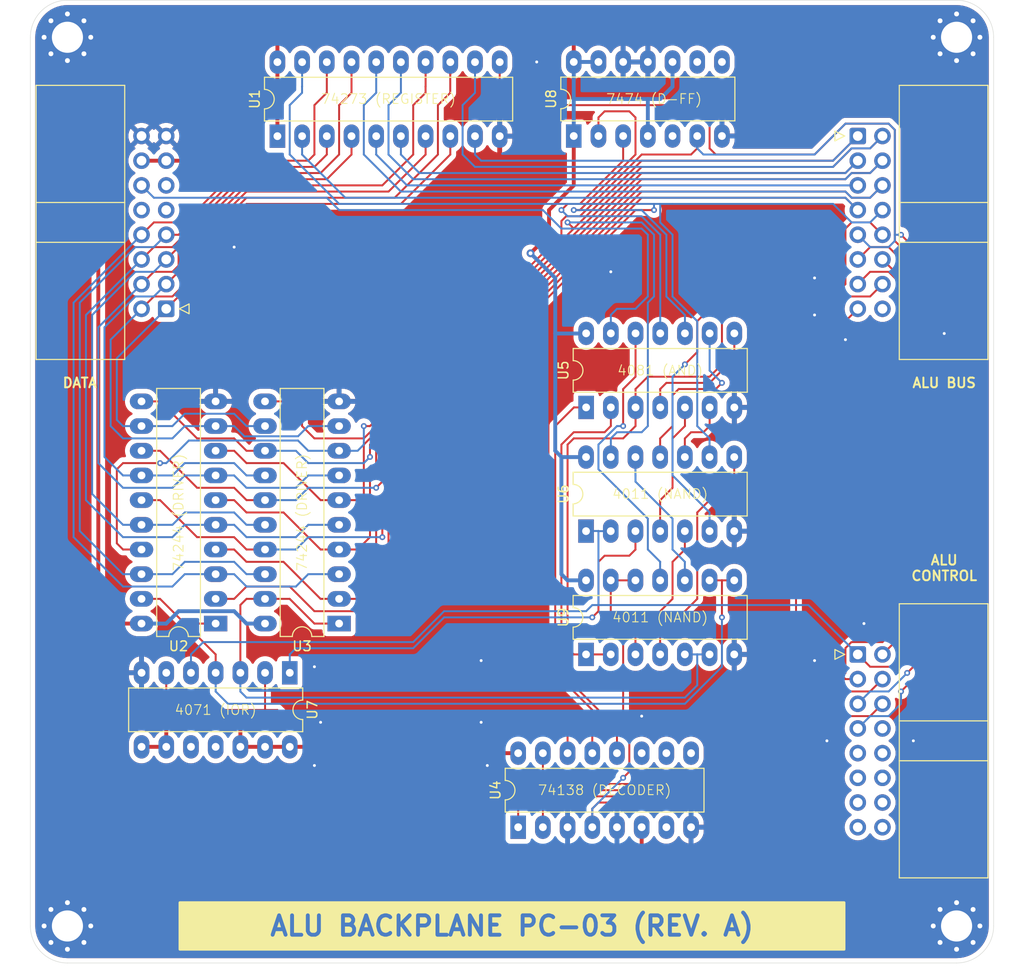
<source format=kicad_pcb>
(kicad_pcb (version 20240108) (generator "pcbnew") (generator_version "8.0")
  (title_block (title "Dual 8-Bit Register Unit") (date "2025-02-13") (rev "PC-01-A"))
  (layers (0 "F.Cu" signal) (31 "B.Cu" signal) (34 "B.Paste" user) (35 "F.Paste" user) (36 "B.SilkS" user "B.Silkscreen") (37 "F.SilkS" user "F.Silkscreen") (38 "B.Mask" user) (39 "F.Mask" user) (44 "Edge.Cuts" user))
  (net 0 "")
  (net 1 "/carry_in")
  (net 2 "/~{logic_out}")
  (net 3 "/~{adder_out}")
  (net 4 "/adder_carry_out")
  (net 15 "GND")
  (net 17 "VCC")
  (net 20 "/input6")
  (net 21 "/input1")
  (net 22 "/input4")
  (net 23 "/input7")
  (net 24 "/input3")
  (net 25 "/input5")
  (net 26 "/input2")
  (net 27 "/input0")
  (net 28 "/cmd0")
  (net 29 "/cmd3")
  (net 30 "/cmd1")
  (net 31 "/cmd2")
  (net 32 "/writeInput")
  (net 33 "/~{readResult}")
  (net 34 "/data3")
  (net 35 "/data2")
  (net 36 "/data6")
  (net 37 "/data5")
  (net 38 "/clock")
  (net 39 "/data7")
  (net 40 "/data4")
  (net 41 "/data0")
  (net 42 "/data1")
  (net 44 "/~{adder1}")
  (net 45 "/~{adder0}")
  (net 49 "/~{shift_right}")
  (net 50 "/~{shift_left}")
  (net 51 "/~{shifter_out}")
  (net 52 "Net-(U6-Pad3)")
  (net 56 "Net-(U5-Pad5)")
  (net 58 "/~{new_carry}")
  (net 59 "Net-(U5-Pad4)")
  (net 60 "Net-(U5-Pad6)")
  (net 61 "Net-(U5-Pad9)")
  (net 62 "/set_carry")
  (net 64 "Net-(U5-Pad12)")
  (net 65 "Net-(U6-Pad12)")
  (net 66 "Net-(U6-Pad8)")
  (net 67 "Net-(U6-Pad5)")
  (footprint "Connector_IDC:IDC-Header_2x08_P2.54mm_Horizontal" (layer "F.Cu") (at 54.61 54.61 180)
    (property "Reference" "DATA_BUS1" (hide yes))
    (property "Value" "Conn_01x16")
  )
  (footprint "Connector_IDC:IDC-Header_2x08_P2.54mm_Horizontal" (layer "F.Cu") (at 125.73 90.17)
    (property "Reference" "CTRL_BUS1" (hide yes))
    (property "Value" "Conn_01x16")
  )
  (footprint "Package_DIP:DIP-14_W7.62mm_LongPads" (layer "F.Cu") (at 97.795 64.755 90)
    (property "Reference" "U5")
    (property "Value" "4081")
  )
  (footprint "Package_DIP:DIP-20_W7.62mm_LongPads" (layer "F.Cu") (at 72.39 86.995 180)
    (property "Reference" "U3")
    (property "Value" "74HC244")
  )
  (footprint "Package_DIP:DIP-16_W7.62mm_LongPads" (layer "F.Cu") (at 90.805 107.95 90)
    (property "Reference" "U4")
    (property "Value" "74HC138")
  )
  (footprint "Package_DIP:DIP-20_W7.62mm_LongPads" (layer "F.Cu") (at 59.69 86.995 180)
    (property "Reference" "U2")
    (property "Value" "74HC244")
  )
  (footprint "Package_DIP:DIP-20_W7.62mm_LongPads" (layer "F.Cu") (at 66.045 36.845 90)
    (property "Reference" "U1")
    (property "Value" "74HC273")
  )
  (footprint "MountingHole:MountingHole_3.2mm_M3_Pad_Via" (layer "F.Cu") (at 135.89 118.11)
    (property "Reference" "H3" (hide yes))
    (property "Value" "MountingHole_Pad")
  )
  (footprint "Package_DIP:DIP-14_W7.62mm_LongPads" (layer "F.Cu") (at 97.785 90.17 90)
    (property "Reference" "U9")
    (property "Value" "4011")
  )
  (footprint "Package_DIP:DIP-14_W7.62mm_LongPads" (layer "F.Cu") (at 97.785 77.485 90)
    (property "Reference" "U6")
    (property "Value" "4011")
  )
  (footprint "Connector_IDC:IDC-Header_2x08_P2.54mm_Horizontal" (layer "F.Cu") (at 125.73 36.83)
    (property "Reference" "ADDRESS_BUS1" (hide yes))
    (property "Value" "Conn_01x16")
  )
  (footprint "MountingHole:MountingHole_3.2mm_M3_Pad_Via" (layer "F.Cu") (at 44.45 26.67)
    (property "Reference" "H1" (hide yes))
    (property "Value" "MountingHole_Pad")
  )
  (footprint "MountingHole:MountingHole_3.2mm_M3_Pad_Via" (layer "F.Cu") (at 135.89 26.67)
    (property "Reference" "H2" (hide yes))
    (property "Value" "MountingHole_Pad")
  )
  (footprint "Package_DIP:DIP-14_W7.62mm_LongPads" (layer "F.Cu") (at 96.52 36.83 90)
    (property "Reference" "U8")
    (property "Value" "74HC74")
  )
  (footprint "MountingHole:MountingHole_3.2mm_M3_Pad_Via" (layer "F.Cu") (at 44.45 118.11)
    (property "Reference" "H4" (hide yes))
    (property "Value" "MountingHole_Pad")
  )
  (footprint "Package_DIP:DIP-14_W7.62mm_LongPads" (layer "F.Cu") (at 67.315 92.06 -90)
    (property "Reference" "U7")
    (property "Value" "4071")
  )
  (gr_line (start 139.7 26.67) (end 139.7 118.11) (stroke (width 0.05)) (layer "Edge.Cuts"))
  (gr_arc (start 135.89 22.86) (mid 138.584077 23.975923) (end 139.7 26.67) (stroke (width 0.05)) (layer "Edge.Cuts"))
  (gr_line (start 40.64 118.11) (end 40.64 26.67) (stroke (width 0.05)) (layer "Edge.Cuts"))
  (gr_line (start 44.45 22.86) (end 135.89 22.86) (stroke (width 0.05)) (layer "Edge.Cuts"))
  (gr_line (start 135.89 121.92) (end 44.45 121.92) (stroke (width 0.05)) (layer "Edge.Cuts"))
  (gr_arc (start 44.45 121.92) (mid 41.755923 120.804077) (end 40.64 118.11) (stroke (width 0.05)) (layer "Edge.Cuts"))
  (gr_arc (start 139.7 118.11) (mid 138.584077 120.804077) (end 135.89 121.92) (stroke (width 0.05)) (layer "Edge.Cuts"))
  (gr_arc (start 40.64 26.67) (mid 41.755923 23.975923) (end 44.45 22.86) (stroke (width 0.05)) (layer "Edge.Cuts"))
  (gr_text "7474 (D-FF)" (at 104.775 33.02 0) (layer "F.SilkS") (effects (font (size 1 1) (thickness 0.1))))
  (gr_text "DATA" (at 45.72 62.23 0) (layer "F.SilkS") (effects (font (size 1 1) (thickness 0.2) (bold yes))))
  (gr_text "4071 (IOR)" (at 59.69 95.885 0) (layer "F.SilkS") (effects (font (size 1 1) (thickness 0.1))))
  (gr_text "ALU BUS" (at 134.62 62.23 0) (layer "F.SilkS") (effects (font (size 1 1) (thickness 0.2) (bold yes))))
  (gr_text "ALU\nCONTROL" (at 134.62 81.28 0) (layer "F.SilkS") (effects (font (size 1 1) (thickness 0.2) (bold yes))))
  (gr_text "74244 (DRIVER)" (at 68.58 75.565 90) (layer "F.SilkS") (effects (font (size 1 1) (thickness 0.1))))
  (gr_text "74138 (DECODER)" (at 99.695 104.14 0) (layer "F.SilkS") (effects (font (size 1 1) (thickness 0.1))))
  (gr_text "4081 (AND)" (at 105.41 60.96 0) (layer "F.SilkS") (effects (font (size 1 1) (thickness 0.1))))
  (gr_text "4011 (NAND)" (at 105.41 86.36 0) (layer "F.SilkS") (effects (font (size 1 1) (thickness 0.1))))
  (gr_text "74273 (REGISTER)" (at 77.47 33.02 0) (layer "F.SilkS") (effects (font (size 1 1) (thickness 0.1))))
  (gr_text "4011 (NAND)" (at 105.41 73.66 0) (layer "F.SilkS") (effects (font (size 1 1) (thickness 0.1))))
  (gr_text "74244 (DRIVER)" (at 55.88 75.565 90) (layer "F.SilkS") (effects (font (size 1 1) (thickness 0.1))))
  (gr_text "ALU BACKPLANE PC-03 (REV. A)" (at 90.17 118.11 0) (layer "F.SilkS" knockout) (effects (font (size 2 2) (thickness 0.4) (bold yes))))
  (segment (start 95.25 46.99) (end 75.565 66.675) (width 0.2) (layer "F.Cu") (net 1))
  (segment (start 103.505 38.735) (end 97.155 45.085) (width 0.2) (layer "F.Cu") (net 1))
  (segment (start 75.565 66.675) (end 74.93 66.675) (width 0.2) (layer "F.Cu") (net 1))
  (segment (start 53.975 70.485) (end 50.165 70.485) (width 0.2) (layer "F.Cu") (net 1))
  (segment (start 109.22 38.1) (end 108.585 38.735) (width 0.2) (layer "F.Cu") (net 1))
  (segment (start 49.53 78.74) (end 50.165 79.375) (width 0.2) (layer "F.Cu") (net 1))
  (segment (start 132.715 49.53) (end 130.175 46.99) (width 0.2) (layer "F.Cu") (net 1))
  (segment (start 50.165 70.485) (end 49.53 71.12) (width 0.2) (layer "F.Cu") (net 1))
  (segment (start 97.155 45.085) (end 95.738788 45.085) (width 0.2) (layer "F.Cu") (net 1))
  (segment (start 130.175 93.98) (end 132.715 91.44) (width 0.2) (layer "F.Cu") (net 1))
  (segment (start 108.585 38.735) (end 103.505 38.735) (width 0.2) (layer "F.Cu") (net 1))
  (segment (start 95.738788 45.085) (end 95.25 45.573788) (width 0.2) (layer "F.Cu") (net 1))
  (segment (start 50.165 79.375) (end 52.07 79.375) (width 0.2) (layer "F.Cu") (net 1))
  (segment (start 132.715 91.44) (end 132.715 49.53) (width 0.2) (layer "F.Cu") (net 1))
  (segment (start 49.53 71.12) (end 49.53 78.74) (width 0.2) (layer "F.Cu") (net 1))
  (segment (start 95.25 45.573788) (end 95.25 46.99) (width 0.2) (layer "F.Cu") (net 1))
  (segment (start 109.22 36.83) (end 109.22 38.1) (width 0.2) (layer "F.Cu") (net 1))
  (via (at 130.175 93.98) (size 0.6) (drill 0.3) (layers "F.Cu" "B.Cu") (net 1))
  (via (at 53.975 70.485) (size 0.6) (drill 0.3) (layers "F.Cu" "B.Cu") (net 1))
  (via (at 130.175 46.99) (size 0.6) (drill 0.3) (layers "F.Cu" "B.Cu") (net 1))
  (via (at 74.93 66.675) (size 0.6) (drill 0.3) (layers "F.Cu" "B.Cu") (net 1))
  (segment (start 129.54 46.99) (end 129.54 47.625) (width 0.2) (layer "B.Cu") (net 1))
  (segment (start 128.905 48.26) (end 127 48.26) (width 0.2) (layer "B.Cu") (net 1))
  (segment (start 109.855 38.735) (end 121.285 38.735) (width 0.2) (layer "B.Cu") (net 1))
  (segment (start 130.175 46.99) (end 129.54 46.99) (width 0.2) (layer "B.Cu") (net 1))
  (segment (start 69.215 69.215) (end 68.1626 68.1626) (width 0.2) (layer "B.Cu") (net 1))
  (segment (start 127 96.52) (end 128.905 96.52) (width 0.2) (layer "B.Cu") (net 1))
  (segment (start 121.285 38.735) (end 124.46 35.56) (width 0.2) (layer "B.Cu") (net 1))
  (segment (start 127 48.26) (end 125.73 46.99) (width 0.2) (layer "B.Cu") (net 1))
  (segment (start 56.9324 68.1626) (end 54.61 70.485) (width 0.2) (layer "B.Cu") (net 1))
  (segment (start 72.39 69.215) (end 69.215 69.215) (width 0.2) (layer "B.Cu") (net 1))
  (segment (start 109.22 36.83) (end 109.22 38.1) (width 0.2) (layer "B.Cu") (net 1))
  (segment (start 124.46 35.56) (end 128.905 35.56) (width 0.2) (layer "B.Cu") (net 1))
  (segment (start 74.295 69.215) (end 73.66 69.215) (width 0.2) (layer "B.Cu") (net 1))
  (segment (start 109.22 38.1) (end 109.855 38.735) (width 0.2) (layer "B.Cu") (net 1))
  (segment (start 54.61 70.485) (end 53.975 70.485) (width 0.2) (layer "B.Cu") (net 1))
  (segment (start 129.54 36.195) (end 129.54 46.99) (width 0.2) (layer "B.Cu") (net 1))
  (segment (start 128.905 96.52) (end 130.175 95.25) (width 0.2) (layer "B.Cu") (net 1))
  (segment (start 74.93 68.58) (end 74.295 69.215) (width 0.2) (layer "B.Cu") (net 1))
  (segment (start 130.175 95.25) (end 130.175 93.98) (width 0.2) (layer "B.Cu") (net 1))
  (segment (start 128.905 35.56) (end 129.54 36.195) (width 0.2) (layer "B.Cu") (net 1))
  (segment (start 74.93 66.675) (end 74.93 68.58) (width 0.2) (layer "B.Cu") (net 1))
  (segment (start 125.73 97.79) (end 127 96.52) (width 0.2) (layer "B.Cu") (net 1))
  (segment (start 73.66 69.215) (end 72.39 69.215) (width 0.2) (layer "B.Cu") (net 1))
  (segment (start 68.1626 68.1626) (end 56.9324 68.1626) (width 0.2) (layer "B.Cu") (net 1))
  (segment (start 129.54 47.625) (end 128.905 48.26) (width 0.2) (layer "B.Cu") (net 1))
  (segment (start 119.38 60.96) (end 125.73 54.61) (width 0.2) (layer "F.Cu") (net 2))
  (segment (start 93.345 100.33) (end 93.345 102.87) (width 0.2) (layer "F.Cu") (net 2))
  (segment (start 119.38 96.52) (end 119.38 60.96) (width 0.2) (layer "F.Cu") (net 2))
  (segment (start 112.395 103.505) (end 119.38 96.52) (width 0.2) (layer "F.Cu") (net 2))
  (segment (start 93.98 103.505) (end 112.395 103.505) (width 0.2) (layer "F.Cu") (net 2))
  (segment (start 93.345 102.87) (end 93.98 103.505) (width 0.2) (layer "F.Cu") (net 2))
  (segment (start 100.325 90.17) (end 97.785 90.17) (width 0.2) (layer "F.Cu") (net 3))
  (segment (start 95.885 89.535) (end 96.52 90.17) (width 0.2) (layer "F.Cu") (net 3))
  (segment (start 128.27 52.07) (end 127 53.34) (width 0.2) (layer "F.Cu") (net 3))
  (segment (start 96.52 67.945) (end 95.885 68.58) (width 0.2) (layer "F.Cu") (net 3))
  (segment (start 101.6 67.945) (end 96.52 67.945) (width 0.2) (layer "F.Cu") (net 3))
  (segment (start 102.87 62.865) (end 102.875 62.87) (width 0.2) (layer "F.Cu") (net 3))
  (segment (start 102.875 66.67) (end 101.6 67.945) (width 0.2) (layer "F.Cu") (net 3))
  (segment (start 96.52 90.17) (end 97.785 90.17) (width 0.2) (layer "F.Cu") (net 3))
  (segment (start 112.395 53.34) (end 111.76 53.975) (width 0.2) (layer "F.Cu") (net 3))
  (segment (start 127 53.34) (end 112.395 53.34) (width 0.2) (layer "F.Cu") (net 3))
  (segment (start 102.875 62.87) (end 102.875 64.755) (width 0.2) (layer "F.Cu") (net 3))
  (segment (start 102.875 64.755) (end 102.875 66.67) (width 0.2) (layer "F.Cu") (net 3))
  (segment (start 111.76 60.325) (end 110.49 61.595) (width 0.2) (layer "F.Cu") (net 3))
  (segment (start 95.885 68.58) (end 95.885 89.535) (width 0.2) (layer "F.Cu") (net 3))
  (segment (start 111.76 53.975) (end 111.76 60.325) (width 0.2) (layer "F.Cu") (net 3))
  (segment (start 110.49 61.595) (end 104.14 61.595) (width 0.2) (layer "F.Cu") (net 3))
  (segment (start 104.14 61.595) (end 102.87 62.865) (width 0.2) (layer "F.Cu") (net 3))
  (segment (start 107.95 60.325) (end 109.22 59.055) (width 0.2) (layer "F.Cu") (net 4))
  (segment (start 109.22 55.88) (end 112.395 52.705) (width 0.2) (layer "F.Cu") (net 4))
  (segment (start 127 45.72) (end 128.27 46.99) (width 0.2) (layer "F.Cu") (net 4))
  (segment (start 109.22 59.055) (end 109.22 55.88) (width 0.2) (layer "F.Cu") (net 4))
  (segment (start 124.46 46.355) (end 125.095 45.72) (width 0.2) (layer "F.Cu") (net 4))
  (segment (start 124.46 52.07) (end 123.825 52.705) (width 0.2) (layer "F.Cu") (net 4))
  (segment (start 125.095 45.72) (end 127 45.72) (width 0.2) (layer "F.Cu") (net 4))
  (segment (start 124.46 46.355) (end 124.46 52.07) (width 0.2) (layer "F.Cu") (net 4))
  (segment (start 123.825 52.705) (end 112.395 52.705) (width 0.2) (layer "F.Cu") (net 4))
  (via (at 107.95 60.325) (size 0.6) (drill 0.3) (layers "F.Cu" "B.Cu") (net 4))
  (segment (start 110.49 75.565) (end 106.68 71.755) (width 0.2) (layer "B.Cu") (net 4))
  (segment (start 106.68 71.755) (end 106.68 61.595) (width 0.2) (layer "B.Cu") (net 4))
  (segment (start 110.485 77.485) (end 110.485 75.57) (width 0.2) (layer "B.Cu") (net 4))
  (segment (start 110.485 75.57) (end 110.49 75.565) (width 0.2) (layer "B.Cu") (net 4))
  (segment (start 106.68 61.595) (end 107.95 60.325) (width 0.2) (layer "B.Cu") (net 4))
  (via (at 121.285 51.435) (size 0.6) (drill 0.3) (layers "F.Cu" "B.Cu") (net 15))
  (via (at 87.63 101.6) (size 0.6) (drill 0.3) (layers "F.Cu" "B.Cu") (net 15))
  (via (at 100.33 50.8) (size 0.6) (drill 0.3) (layers "F.Cu" "B.Cu") (net 15))
  (via (at 134.62 57.15) (size 0.6) (drill 0.3) (layers "F.Cu" "B.Cu") (net 15))
  (via (at 124.46 57.785) (size 0.6) (drill 0.3) (layers "F.Cu" "B.Cu") (net 15))
  (via (at 121.285 90.805) (size 0.6) (drill 0.3) (layers "F.Cu" "B.Cu") (net 15))
  (via (at 126.365 86.995) (size 0.6) (drill 0.3) (layers "F.Cu" "B.Cu") (net 15))
  (via (at 86.995 90.805) (size 0.6) (drill 0.3) (layers "F.Cu" "B.Cu") (net 15))
  (via (at 131.445 99.06) (size 0.6) (drill 0.3) (layers "F.Cu" "B.Cu") (net 15))
  (via (at 122.555 99.06) (size 0.6) (drill 0.3) (layers "F.Cu" "B.Cu") (net 15))
  (via (at 69.85 101.6) (size 0.6) (drill 0.3) (layers "F.Cu" "B.Cu") (net 15))
  (via (at 92.71 29.21) (size 0.6) (drill 0.3) (layers "F.Cu" "B.Cu") (net 15))
  (via (at 86.995 97.155) (size 0.6) (drill 0.3) (layers "F.Cu" "B.Cu") (net 15))
  (via (at 70.485 97.155) (size 0.6) (drill 0.3) (layers "F.Cu" "B.Cu") (net 15))
  (via (at 69.85 91.44) (size 0.6) (drill 0.3) (layers "F.Cu" "B.Cu") (net 15))
  (via (at 103.505 96.52) (size 0.6) (drill 0.3) (layers "F.Cu" "B.Cu") (net 15))
  (via (at 61.595 48.26) (size 0.6) (drill 0.3) (layers "F.Cu" "B.Cu") (net 15))
  (via (at 121.285 55.245) (size 0.6) (drill 0.3) (layers "F.Cu" "B.Cu") (net 15))
  (segment (start 66.045 36.845) (end 66.045 33.02) (width 0.4) (layer "F.Cu") (net 17))
  (segment (start 62.235 99.68) (end 62.235 97.795) (width 0.4) (layer "F.Cu") (net 17))
  (segment (start 102.235 111.125) (end 90.17 111.125) (width 0.4) (layer "F.Cu") (net 17))
  (segment (start 67.31 26.035) (end 95.25 26.035) (width 0.4) (layer "F.Cu") (net 17))
  (segment (start 93.98 46.99) (end 92.075 48.895) (width 0.4) (layer "F.Cu") (net 17))
  (segment (start 54.615 97.795) (end 54.615 99.68) (width 0.4) (layer "F.Cu") (net 17))
  (segment (start 47.625 33.655) (end 47.625 85.09) (width 0.4) (layer "F.Cu") (net 17))
  (segment (start 88.9 109.855) (end 88.9 100.33) (width 0.4) (layer "F.Cu") (net 17))
  (segment (start 63.5 33.02) (end 60.96 35.56) (width 0.4) (layer "F.Cu") (net 17))
  (segment (start 49.53 86.995) (end 49.53 95.25) (width 0.4) (layer "F.Cu") (net 17))
  (segment (start 54.61 97.79) (end 54.615 97.795) (width 0.4) (layer "F.Cu") (net 17))
  (segment (start 57.15 39.37) (end 54.61 39.37) (width 0.4) (layer "F.Cu") (net 17))
  (segment (start 103.505 107.95) (end 103.505 109.855) (width 0.4) (layer "F.Cu") (net 17))
  (segment (start 90.17 111.125) (end 88.9 109.855) (width 0.4) (layer "F.Cu") (net 17))
  (segment (start 93.98 44.45) (end 93.98 46.99) (width 0.4) (layer "F.Cu") (net 17))
  (segment (start 95.25 26.035) (end 96.52 27.305) (width 0.4) (layer "F.Cu") (net 17))
  (segment (start 62.235 97.795) (end 61.595 97.155) (width 0.4) (layer "F.Cu") (net 17))
  (segment (start 67.315 99.68) (end 62.235 99.68) (width 0.4) (layer "F.Cu") (net 17))
  (segment (start 90.805 100.33) (end 88.9 100.33) (width 0.4) (layer "F.Cu") (net 17))
  (segment (start 49.53 86.995) (end 48.895 86.36) (width 0.4) (layer "F.Cu") (net 17))
  (segment (start 50.165 95.885) (end 53.975 95.885) (width 0.4) (layer "F.Cu") (net 17))
  (segment (start 49.53 95.25) (end 50.165 95.885) (width 0.4) (layer "F.Cu") (net 17))
  (segment (start 48.895 32.385) (end 47.625 33.655) (width 0.4) (layer "F.Cu") (net 17))
  (segment (start 96.52 27.305) (end 96.52 29.21) (width 0.4) (layer "F.Cu") (net 17))
  (segment (start 66.045 33.02) (end 63.5 33.02) (width 0.4) (layer "F.Cu") (net 17))
  (segment (start 66.045 33.02) (end 66.045 29.225) (width 0.4) (layer "F.Cu") (net 17))
  (segment (start 52.07 86.995) (end 49.53 86.995) (width 0.4) (layer "F.Cu") (net 17))
  (segment (start 60.96 35.56) (end 57.15 39.37) (width 0.4) (layer "F.Cu") (net 17))
  (segment (start 66.045 27.3) (end 67.31 26.035) (width 0.4) (layer "F.Cu") (net 17))
  (segment (start 47.625 85.09) (end 48.895 86.36) (width 0.4) (layer "F.Cu") (net 17))
  (segment (start 53.975 95.885) (end 55.245 97.155) (width 0.4) (layer "F.Cu") (net 17))
  (segment (start 52.075 99.68) (end 54.615 99.68) (width 0.4) (layer "F.Cu") (net 17))
  (segment (start 55.245 97.155) (end 54.61 97.79) (width 0.4) (layer "F.Cu") (net 17))
  (segment (start 60.96 35.56) (end 57.785 32.385) (width 0.4) (layer "F.Cu") (net 17))
  (segment (start 96.52 41.91) (end 93.98 44.45) (width 0.4) (layer "F.Cu") (net 17))
  (segment (start 66.045 29.225) (end 66.045 27.3) (width 0.4) (layer "F.Cu") (net 17))
  (segment (start 67.315 99.68) (end 88.25 99.68) (width 0.4) (layer "F.Cu") (net 17))
  (segment (start 88.25 99.68) (end 88.9 100.33) (width 0.4) (layer "F.Cu") (net 17))
  (segment (start 54.61 39.37) (end 52.07 39.37) (width 0.4) (layer "F.Cu") (net 17))
  (segment (start 96.52 36.83) (end 96.52 41.91) (width 0.4) (layer "F.Cu") (net 17))
  (segment (start 103.505 109.855) (end 102.235 111.125) (width 0.4) (layer "F.Cu") (net 17))
  (segment (start 57.785 32.385) (end 48.895 32.385) (width 0.4) (layer "F.Cu") (net 17))
  (segment (start 61.595 97.155) (end 55.245 97.155) (width 0.4) (layer "F.Cu") (net 17))
  (via (at 92.075 48.895) (size 0.8) (drill 0.4) (layers "F.Cu" "B.Cu") (net 17))
  (segment (start 99.06 29.21) (end 96.52 29.21) (width 0.4) (layer "B.Cu") (net 17))
  (segment (start 62.865 86.995) (end 61.595 85.725) (width 0.4) (layer "B.Cu") (net 17))
  (segment (start 106.68 31.75) (end 105.41 33.02) (width 0.4) (layer "B.Cu") (net 17))
  (segment (start 64.77 86.995) (end 62.865 86.995) (width 0.4) (layer "B.Cu") (net 17))
  (segment (start 104.14 36.83) (end 104.14 33.02) (width 0.4) (layer "B.Cu") (net 17))
  (segment (start 55.88 85.725) (end 54.61 86.995) (width 0.4) (layer "B.Cu") (net 17))
  (segment (start 95.25 69.85) (end 95.265 69.865) (width 0.4) (layer "B.Cu") (net 17))
  (segment (start 97.785 82.55) (end 95.885 82.55) (width 0.4) (layer "B.Cu") (net 17))
  (segment (start 95.265 69.865) (end 97.785 69.865) (width 0.4) (layer "B.Cu") (net 17))
  (segment (start 95.885 82.55) (end 95.25 81.915) (width 0.4) (layer "B.Cu") (net 17))
  (segment (start 92.075 48.895) (end 94.615 51.435) (width 0.4) (layer "B.Cu") (net 17))
  (segment (start 96.52 29.21) (end 96.52 36.83) (width 0.4) (layer "B.Cu") (net 17))
  (segment (start 94.615 69.215) (end 95.265 69.865) (width 0.4) (layer "B.Cu") (net 17))
  (segment (start 54.61 86.995) (end 52.07 86.995) (width 0.4) (layer "B.Cu") (net 17))
  (segment (start 94.615 57.15) (end 97.78 57.15) (width 0.4) (layer "B.Cu") (net 17))
  (segment (start 105.41 33.02) (end 104.14 33.02) (width 0.4) (layer "B.Cu") (net 17))
  (segment (start 104.14 33.02) (end 96.52 33.02) (width 0.4) (layer "B.Cu") (net 17))
  (segment (start 106.68 29.21) (end 106.68 31.75) (width 0.4) (layer "B.Cu") (net 17))
  (segment (start 97.78 57.15) (end 97.795 57.135) (width 0.4) (layer "B.Cu") (net 17))
  (segment (start 94.615 57.15) (end 94.615 69.215) (width 0.4) (layer "B.Cu") (net 17))
  (segment (start 95.25 69.85) (end 95.25 81.915) (width 0.4) (layer "B.Cu") (net 17))
  (segment (start 61.595 85.725) (end 55.88 85.725) (width 0.4) (layer "B.Cu") (net 17))
  (segment (start 94.615 51.435) (end 94.615 57.15) (width 0.4) (layer "B.Cu") (net 17))
  (segment (start 76.835 74.295) (end 78.105 73.025) (width 0.2) (layer "F.Cu") (net 20))
  (segment (start 61.595 78.105) (end 57.785 78.105) (width 0.2) (layer "F.Cu") (net 20))
  (segment (start 64.77 79.375) (end 62.865 79.375) (width 0.2) (layer "F.Cu") (net 20))
  (segment (start 53.975 74.295) (end 52.07 74.295) (width 0.2) (layer "F.Cu") (net 20))
  (segment (start 78.105 68.58) (end 103.505 43.18) (width 0.2) (layer "F.Cu") (net 20))
  (segment (start 78.105 73.025) (end 78.105 68.58) (width 0.2) (layer "F.Cu") (net 20))
  (segment (start 76.835 78.105) (end 76.835 74.295) (width 0.2) (layer "F.Cu") (net 20))
  (segment (start 62.865 79.375) (end 61.595 78.105) (width 0.2) (layer "F.Cu") (net 20))
  (segment (start 103.505 43.18) (end 124.46 43.18) (width 0.2) (layer "F.Cu") (net 20))
  (segment (start 57.785 78.105) (end 53.975 74.295) (width 0.2) (layer "F.Cu") (net 20))
  (segment (start 124.46 43.18) (end 125.73 44.45) (width 0.2) (layer "F.Cu") (net 20))
  (via (at 76.835 78.105) (size 0.6) (drill 0.3) (layers "F.Cu" "B.Cu") (net 20))
  (segment (start 69.215 78.105) (end 76.835 78.105) (width 0.2) (layer "B.Cu") (net 20))
  (segment (start 68.58 38.735) (end 73.025 43.18) (width 0.2) (layer "B.Cu") (net 20))
  (segment (start 124.46 43.18) (end 125.73 44.45) (width 0.2) (layer "B.Cu") (net 20))
  (segment (start 68.585 38.73) (end 68.58 38.735) (width 0.2) (layer "B.Cu") (net 20))
  (segment (start 73.025 43.18) (end 124.46 43.18) (width 0.2) (layer "B.Cu") (net 20))
  (segment (start 67.945 79.375) (end 64.77 79.375) (width 0.2) (layer "B.Cu") (net 20))
  (segment (start 67.945 79.375) (end 69.215 78.105) (width 0.2) (layer "B.Cu") (net 20))
  (segment (start 68.585 36.845) (end 68.585 38.73) (width 0.2) (layer "B.Cu") (net 20))
  (segment (start 70.485 74.295) (end 72.39 74.295) (width 0.2) (layer "F.Cu") (net 21))
  (segment (start 74.93 73.66) (end 74.295 74.295) (width 0.2) (layer "F.Cu") (net 21))
  (segment (start 74.93 68.58) (end 74.93 73.66) (width 0.2) (layer "F.Cu") (net 21))
  (segment (start 127 38.1) (end 125.095 38.1) (width 0.2) (layer "F.Cu") (net 21))
  (segment (start 61.595 69.215) (end 62.865 70.485) (width 0.2) (layer "F.Cu") (net 21))
  (segment (start 128.27 36.83) (end 127 38.1) (width 0.2) (layer "F.Cu") (net 21))
  (segment (start 59.69 69.215) (end 61.595 69.215) (width 0.2) (layer "F.Cu") (net 21))
  (segment (start 66.675 70.485) (end 70.485 74.295) (width 0.2) (layer "F.Cu") (net 21))
  (segment (start 62.865 70.485) (end 66.675 70.485) (width 0.2) (layer "F.Cu") (net 21))
  (segment (start 125.095 38.1) (end 123.19 40.005) (width 0.2) (layer "F.Cu") (net 21))
  (segment (start 123.19 40.005) (end 103.505 40.005) (width 0.2) (layer "F.Cu") (net 21))
  (segment (start 74.295 74.295) (end 72.39 74.295) (width 0.2) (layer "F.Cu") (net 21))
  (segment (start 103.505 40.005) (end 74.93 68.58) (width 0.2) (layer "F.Cu") (net 21))
  (segment (start 123.19 40.005) (end 125.095 38.1) (width 0.2) (layer "B.Cu") (net 21))
  (segment (start 127 38.1) (end 128.27 36.83) (width 0.2) (layer "B.Cu") (net 21))
  (segment (start 86.365 29.225) (end 86.365 32.38) (width 0.2) (layer "B.Cu") (net 21))
  (segment (start 86.365 32.38) (end 85.09 33.655) (width 0.2) (layer "B.Cu") (net 21))
  (segment (start 85.09 33.655) (end 85.09 38.735) (width 0.2) (layer "B.Cu") (net 21))
  (segment (start 125.095 38.1) (end 127 38.1) (width 0.2) (layer "B.Cu") (net 21))
  (segment (start 123.19 40.005) (end 86.36 40.005) (width 0.2) (layer "B.Cu") (net 21))
  (segment (start 85.09 38.735) (end 86.36 40.005) (width 0.2) (layer "B.Cu") (net 21))
  (segment (start 53.975 69.215) (end 52.07 69.215) (width 0.2) (layer "F.Cu") (net 22))
  (segment (start 64.77 74.295) (end 62.865 74.295) (width 0.2) (layer "F.Cu") (net 22))
  (segment (start 76.2 73.025) (end 76.835 72.39) (width 0.2) (layer "F.Cu") (net 22))
  (segment (start 76.835 68.58) (end 103.505 41.91) (width 0.2) (layer "F.Cu") (net 22))
  (segment (start 103.505 41.91) (end 125.73 41.91) (width 0.2) (layer "F.Cu") (net 22))
  (segment (start 76.835 72.39) (end 76.835 68.58) (width 0.2) (layer "F.Cu") (net 22))
  (segment (start 62.865 74.295) (end 61.595 73.025) (width 0.2) (layer "F.Cu") (net 22))
  (segment (start 61.595 73.025) (end 57.785 73.025) (width 0.2) (layer "F.Cu") (net 22))
  (segment (start 57.785 73.025) (end 53.975 69.215) (width 0.2) (layer "F.Cu") (net 22))
  (via (at 76.2 73.025) (size 0.6) (drill 0.3) (layers "F.Cu" "B.Cu") (net 22))
  (segment (start 69.215 73.025) (end 76.2 73.025) (width 0.2) (layer "B.Cu") (net 22))
  (segment (start 76.2 38.735) (end 79.375 41.91) (width 0.2) (layer "B.Cu") (net 22))
  (segment (start 67.945 74.295) (end 64.77 74.295) (width 0.2) (layer "B.Cu") (net 22))
  (segment (start 67.945 74.295) (end 69.215 73.025) (width 0.2) (layer "B.Cu") (net 22))
  (segment (start 76.205 36.845) (end 76.205 38.73) (width 0.2) (layer "B.Cu") (net 22))
  (segment (start 76.205 38.73) (end 76.2 38.735) (width 0.2) (layer "B.Cu") (net 22))
  (segment (start 79.375 41.91) (end 125.73 41.91) (width 0.2) (layer "B.Cu") (net 22))
  (segment (start 76.835 79.375) (end 76.835 83.185) (width 0.2) (layer "F.Cu") (net 23))
  (segment (start 78.74 68.58) (end 78.74 73.025) (width 0.2) (layer "F.Cu") (net 23))
  (segment (start 77.47 74.295) (end 77.47 78.74) (width 0.2) (layer "F.Cu") (net 23))
  (segment (start 104.775 44.45) (end 102.87 44.45) (width 0.2) (layer "F.Cu") (net 23))
  (segment (start 69.85 85.725) (end 67.31 83.185) (width 0.2) (layer "F.Cu") (net 23))
  (segment (start 61.595 84.455) (end 59.69 84.455) (width 0.2) (layer "F.Cu") (net 23))
  (segment (start 78.74 73.025) (end 77.47 74.295) (width 0.2) (layer "F.Cu") (net 23))
  (segment (start 62.865 83.185) (end 61.595 84.455) (width 0.2) (layer "F.Cu") (net 23))
  (segment (start 74.295 85.725) (end 69.85 85.725) (width 0.2) (layer "F.Cu") (net 23))
  (segment (start 102.87 44.45) (end 78.74 68.58) (width 0.2) (layer "F.Cu") (net 23))
  (segment (start 77.47 78.74) (end 76.835 79.375) (width 0.2) (layer "F.Cu") (net 23))
  (segment (start 76.835 83.185) (end 74.295 85.725) (width 0.2) (layer "F.Cu") (net 23))
  (segment (start 67.31 83.185) (end 62.865 83.185) (width 0.2) (layer "F.Cu") (net 23))
  (via (at 104.775 44.45) (size 0.6) (drill 0.3) (layers "F.Cu" "B.Cu") (net 23))
  (segment (start 106.68 43.815) (end 105.41 43.815) (width 0.2) (layer "B.Cu") (net 23))
  (segment (start 109.22 55.88) (end 106.68 53.34) (width 0.2) (layer "B.Cu") (net 23))
  (segment (start 67.31 38.735) (end 67.31 33.655) (width 0.2) (layer "B.Cu") (net 23))
  (segment (start 104.775 44.45) (end 104.775 43.815) (width 0.2) (layer "B.Cu") (net 23))
  (segment (start 68.58 31.75) (end 68.585 31.745) (width 0.2) (layer "B.Cu") (net 23))
  (segment (start 104.775 43.815) (end 72.39 43.815) (width 0.2) (layer "B.Cu") (net 23))
  (segment (start 128.27 44.45) (end 127 45.72) (width 0.2) (layer "B.Cu") (net 23))
  (segment (start 105.41 43.815) (end 105.41 45.72) (width 0.2) (layer "B.Cu") (net 23))
  (segment (start 105.41 45.72) (end 106.68 46.99) (width 0.2) (layer "B.Cu") (net 23))
  (segment (start 67.31 33.655) (end 68.58 32.385) (width 0.2) (layer "B.Cu") (net 23))
  (segment (start 123.19 43.815) (end 106.68 43.815) (width 0.2) (layer "B.Cu") (net 23))
  (segment (start 68.58 32.385) (end 68.58 31.75) (width 0.2) (layer "B.Cu") (net 23))
  (segment (start 109.22 55.88) (end 109.22 66.675) (width 0.2) (layer "B.Cu") (net 23))
  (segment (start 125.095 45.72) (end 123.19 43.815) (width 0.2) (layer "B.Cu") (net 23))
  (segment (start 109.22 66.675) (end 110.49 67.945) (width 0.2) (layer "B.Cu") (net 23))
  (segment (start 72.39 43.815) (end 67.31 38.735) (width 0.2) (layer "B.Cu") (net 23))
  (segment (start 110.49 67.945) (end 110.485 67.95) (width 0.2) (layer "B.Cu") (net 23))
  (segment (start 68.585 31.745) (end 68.585 29.225) (width 0.2) (layer "B.Cu") (net 23))
  (segment (start 110.485 67.95) (end 110.485 69.865) (width 0.2) (layer "B.Cu") (net 23))
  (segment (start 105.41 43.815) (end 104.775 43.815) (width 0.2) (layer "B.Cu") (net 23))
  (segment (start 106.68 53.34) (end 106.68 46.99) (width 0.2) (layer "B.Cu") (net 23))
  (segment (start 127 45.72) (end 125.095 45.72) (width 0.2) (layer "B.Cu") (net 23))
  (segment (start 76.2 68.58) (end 76.2 71.12) (width 0.2) (layer "F.Cu") (net 24))
  (segment (start 66.675 75.565) (end 62.865 75.565) (width 0.2) (layer "F.Cu") (net 24))
  (segment (start 127 40.64) (end 125.095 40.64) (width 0.2) (layer "F.Cu") (net 24))
  (segment (start 128.27 39.37) (end 127 40.64) (width 0.2) (layer "F.Cu") (net 24))
  (segment (start 124.46 41.275) (end 103.505 41.275) (width 0.2) (layer "F.Cu") (net 24))
  (segment (start 75.565 78.105) (end 74.295 79.375) (width 0.2) (layer "F.Cu") (net 24))
  (segment (start 70.485 79.375) (end 66.675 75.565) (width 0.2) (layer "F.Cu") (net 24))
  (segment (start 72.39 79.375) (end 70.485 79.375) (width 0.2) (layer "F.Cu") (net 24))
  (segment (start 125.095 40.64) (end 124.46 41.275) (width 0.2) (layer "F.Cu") (net 24))
  (segment (start 75.565 71.755) (end 75.565 78.105) (width 0.2) (layer "F.Cu") (net 24))
  (segment (start 62.865 75.565) (end 61.595 74.295) (width 0.2) (layer "F.Cu") (net 24))
  (segment (start 76.2 71.12) (end 75.565 71.755) (width 0.2) (layer "F.Cu") (net 24))
  (segment (start 103.505 41.275) (end 76.2 68.58) (width 0.2) (layer "F.Cu") (net 24))
  (segment (start 61.595 74.295) (end 59.69 74.295) (width 0.2) (layer "F.Cu") (net 24))
  (segment (start 74.295 79.375) (end 72.39 79.375) (width 0.2) (layer "F.Cu") (net 24))
  (segment (start 125.095 40.64) (end 124.46 41.275) (width 0.2) (layer "B.Cu") (net 24))
  (segment (start 80.01 41.275) (end 77.47 38.735) (width 0.2) (layer "B.Cu") (net 24))
  (segment (start 77.47 38.735) (end 77.47 33.655) (width 0.2) (layer "B.Cu") (net 24))
  (segment (start 78.745 32.38) (end 78.745 29.225) (width 0.2) (layer "B.Cu") (net 24))
  (segment (start 128.27 39.37) (end 127 40.64) (width 0.2) (layer "B.Cu") (net 24))
  (segment (start 127 40.64) (end 125.095 40.64) (width 0.2) (layer "B.Cu") (net 24))
  (segment (start 124.46 41.275) (end 80.01 41.275) (width 0.2) (layer "B.Cu") (net 24))
  (segment (start 77.47 33.655) (end 78.745 32.38) (width 0.2) (layer "B.Cu") (net 24))
  (segment (start 124.46 42.545) (end 103.505 42.545) (width 0.2) (layer "F.Cu") (net 25))
  (segment (start 74.295 84.455) (end 72.39 84.455) (width 0.2) (layer "F.Cu") (net 25))
  (segment (start 62.865 80.645) (end 66.675 80.645) (width 0.2) (layer "F.Cu") (net 25))
  (segment (start 127 43.18) (end 125.095 43.18) (width 0.2) (layer "F.Cu") (net 25))
  (segment (start 77.47 68.58) (end 77.47 73.025) (width 0.2) (layer "F.Cu") (net 25))
  (segment (start 61.595 79.375) (end 62.865 80.645) (width 0.2) (layer "F.Cu") (net 25))
  (segment (start 125.095 43.18) (end 124.46 42.545) (width 0.2) (layer "F.Cu") (net 25))
  (segment (start 59.69 79.375) (end 61.595 79.375) (width 0.2) (layer "F.Cu") (net 25))
  (segment (start 76.2 74.295) (end 76.2 82.55) (width 0.2) (layer "F.Cu") (net 25))
  (segment (start 76.2 82.55) (end 74.295 84.455) (width 0.2) (layer "F.Cu") (net 25))
  (segment (start 66.675 80.645) (end 70.485 84.455) (width 0.2) (layer "F.Cu") (net 25))
  (segment (start 70.485 84.455) (end 72.39 84.455) (width 0.2) (layer "F.Cu") (net 25))
  (segment (start 77.47 73.025) (end 76.2 74.295) (width 0.2) (layer "F.Cu") (net 25))
  (segment (start 128.27 41.91) (end 127 43.18) (width 0.2) (layer "F.Cu") (net 25))
  (segment (start 103.505 42.545) (end 77.47 68.58) (width 0.2) (layer "F.Cu") (net 25))
  (segment (start 124.46 42.545) (end 78.74 42.545) (width 0.2) (layer "B.Cu") (net 25))
  (segment (start 125.095 43.18) (end 124.46 42.545) (width 0.2) (layer "B.Cu") (net 25))
  (segment (start 128.27 41.91) (end 127 43.18) (width 0.2) (layer "B.Cu") (net 25))
  (segment (start 78.74 42.545) (end 74.93 38.735) (width 0.2) (layer "B.Cu") (net 25))
  (segment (start 127 43.18) (end 125.095 43.18) (width 0.2) (layer "B.Cu") (net 25))
  (segment (start 74.93 38.735) (end 74.93 33.655) (width 0.2) (layer "B.Cu") (net 25))
  (segment (start 74.93 33.655) (end 76.205 32.38) (width 0.2) (layer "B.Cu") (net 25))
  (segment (start 76.205 32.38) (end 76.205 29.225) (width 0.2) (layer "B.Cu") (net 25))
  (segment (start 57.785 67.945) (end 53.975 64.135) (width 0.2) (layer "F.Cu") (net 26))
  (segment (start 103.505 40.64) (end 124.46 40.64) (width 0.2) (layer "F.Cu") (net 26))
  (segment (start 64.77 69.215) (end 62.865 69.215) (width 0.2) (layer "F.Cu") (net 26))
  (segment (start 75.565 68.58) (end 75.565 69.85) (width 0.2) (layer "F.Cu") (net 26))
  (segment (start 62.865 69.215) (end 61.595 67.945) (width 0.2) (layer "F.Cu") (net 26))
  (segment (start 53.975 64.135) (end 52.07 64.135) (width 0.2) (layer "F.Cu") (net 26))
  (segment (start 124.46 40.64) (end 125.73 39.37) (width 0.2) (layer "F.Cu") (net 26))
  (segment (start 75.565 68.58) (end 103.505 40.64) (width 0.2) (layer "F.Cu") (net 26))
  (segment (start 61.595 67.945) (end 57.785 67.945) (width 0.2) (layer "F.Cu") (net 26))
  (via (at 75.565 69.85) (size 0.6) (drill 0.3) (layers "F.Cu" "B.Cu") (net 26))
  (segment (start 80.645 40.64) (end 124.46 40.64) (width 0.2) (layer "B.Cu") (net 26))
  (segment (start 124.46 40.64) (end 125.73 39.37) (width 0.2) (layer "B.Cu") (net 26))
  (segment (start 78.745 38.73) (end 78.74 38.735) (width 0.2) (layer "B.Cu") (net 26))
  (segment (start 78.745 36.845) (end 78.745 38.73) (width 0.2) (layer "B.Cu") (net 26))
  (segment (start 74.93 70.485) (end 69.215 70.485) (width 0.2) (layer "B.Cu") (net 26))
  (segment (start 78.74 38.735) (end 80.645 40.64) (width 0.2) (layer "B.Cu") (net 26))
  (segment (start 67.945 69.215) (end 64.77 69.215) (width 0.2) (layer "B.Cu") (net 26))
  (segment (start 75.565 69.85) (end 74.93 70.485) (width 0.2) (layer "B.Cu") (net 26))
  (segment (start 69.215 70.485) (end 67.945 69.215) (width 0.2) (layer "B.Cu") (net 26))
  (segment (start 96.52 46.355) (end 103.505 39.37) (width 0.2) (layer "F.Cu") (net 27))
  (segment (start 95.885 45.72) (end 96.52 46.355) (width 0.2) (layer "F.Cu") (net 27))
  (segment (start 67.31 64.135) (end 68.58 65.405) (width 0.2) (layer "F.Cu") (net 27))
  (segment (start 74.93 67.945) (end 96.52 46.355) (width 0.2) (layer "F.Cu") (net 27))
  (segment (start 74.93 67.945) (end 69.85 67.945) (width 0.2) (layer "F.Cu") (net 27))
  (segment (start 103.505 39.37) (end 123.19 39.37) (width 0.2) (layer "F.Cu") (net 27))
  (segment (start 68.58 66.675) (end 69.85 67.945) (width 0.2) (layer "F.Cu") (net 27))
  (segment (start 123.19 39.37) (end 125.73 36.83) (width 0.2) (layer "F.Cu") (net 27))
  (segment (start 68.58 65.405) (end 68.58 66.675) (width 0.2) (layer "F.Cu") (net 27))
  (segment (start 64.77 64.135) (end 67.31 64.135) (width 0.2) (layer "F.Cu") (net 27))
  (via (at 95.885 45.72) (size 0.6) (drill 0.3) (layers "F.Cu" "B.Cu") (net 27))
  (segment (start 104.775 46.99) (end 104.775 53.34) (width 0.2) (layer "B.Cu") (net 27))
  (segment (start 100.335 67.94) (end 100.335 69.855) (width 0.2) (layer "B.Cu") (net 27))
  (segment (start 95.885 45.72) (end 103.505 45.72) (width 0.2) (layer "B.Cu") (net 27))
  (segment (start 86.995 39.37) (end 123.19 39.37) (width 0.2) (layer "B.Cu") (net 27))
  (segment (start 104.775 53.34) (end 104.14 53.975) (width 0.2) (layer "B.Cu") (net 27))
  (segment (start 123.19 39.37) (end 125.73 36.83) (width 0.2) (layer "B.Cu") (net 27))
  (segment (start 100.965 67.31) (end 100.335 67.94) (width 0.2) (layer "B.Cu") (net 27))
  (segment (start 103.505 45.72) (end 104.775 46.99) (width 0.2) (layer "B.Cu") (net 27))
  (segment (start 100.335 69.855) (end 100.325 69.865) (width 0.2) (layer "B.Cu") (net 27))
  (segment (start 104.14 66.675) (end 103.505 67.31) (width 0.2) (layer "B.Cu") (net 27))
  (segment (start 86.365 38.74) (end 86.995 39.37) (width 0.2) (layer "B.Cu") (net 27))
  (segment (start 104.14 53.975) (end 104.14 66.675) (width 0.2) (layer "B.Cu") (net 27))
  (segment (start 103.505 67.31) (end 100.965 67.31) (width 0.2) (layer "B.Cu") (net 27))
  (segment (start 86.365 36.845) (end 86.365 38.74) (width 0.2) (layer "B.Cu") (net 27))
  (segment (start 129.54 91.44) (end 127 91.44) (width 0.2) (layer "F.Cu") (net 28))
  (segment (start 131.445 89.535) (end 129.54 91.44) (width 0.2) (layer "F.Cu") (net 28))
  (segment (start 128.905 48.26) (end 131.445 50.8) (width 0.2) (layer "F.Cu") (net 28))
  (segment (start 125.73 49.53) (end 127 48.26) (width 0.2) (layer "F.Cu") (net 28))
  (segment (start 127 91.44) (end 125.73 90.17) (width 0.2) (layer "F.Cu") (net 28))
  (segment (start 127 48.26) (end 128.905 48.26) (width 0.2) (layer "F.Cu") (net 28))
  (segment (start 131.445 50.8) (end 131.445 89.535) (width 0.2) (layer "F.Cu") (net 28))
  (segment (start 99.06 77.47) (end 97.8 77.47) (width 0.2) (layer "B.Cu") (net 28))
  (segment (start 99.06 85.09) (end 120.65 85.09) (width 0.2) (layer "B.Cu") (net 28))
  (segment (start 57.155 90.175) (end 57.15 90.17) (width 0.2) (layer "B.Cu") (net 28))
  (segment (start 57.15 90.17) (end 58.42 88.9) (width 0.2) (layer "B.Cu") (net 28))
  (segment (start 80.01 88.9) (end 83.185 85.725) (width 0.2) (layer "B.Cu") (net 28))
  (segment (start 83.185 85.725) (end 97.79 85.725) (width 0.2) (layer "B.Cu") (net 28))
  (segment (start 99.06 77.47) (end 99.075 77.485) (width 0.2) (layer "B.Cu") (net 28))
  (segment (start 57.155 92.06) (end 57.155 90.175) (width 0.2) (layer "B.Cu") (net 28))
  (segment (start 125.73 90.17) (end 120.65 85.09) (width 0.2) (layer "B.Cu") (net 28))
  (segment (start 58.42 88.9) (end 80.01 88.9) (width 0.2) (layer "B.Cu") (net 28))
  (segment (start 99.06 77.47) (end 99.06 85.09) (width 0.2) (layer "B.Cu") (net 28))
  (segment (start 98.425 85.09) (end 99.06 85.09) (width 0.2) (layer "B.Cu") (net 28))
  (segment (start 97.79 85.725) (end 98.425 85.09) (width 0.2) (layer "B.Cu") (net 28))
  (segment (start 99.075 77.485) (end 100.325 77.485) (width 0.2) (layer "B.Cu") (net 28))
  (segment (start 97.8 77.47) (end 97.785 77.485) (width 0.2) (layer "B.Cu") (net 28))
  (segment (start 112.395 104.775) (end 123.19 93.98) (width 0.2) (layer "F.Cu") (net 29))
  (segment (start 93.345 105.41) (end 93.98 104.775) (width 0.2) (layer "F.Cu") (net 29))
  (segment (start 93.345 107.95) (end 93.345 105.41) (width 0.2) (layer "F.Cu") (net 29))
  (segment (start 123.19 93.98) (end 127 93.98) (width 0.2) (layer "F.Cu") (net 29))
  (segment (start 128.27 92.71) (end 127 93.98) (width 0.2) (layer "F.Cu") (net 29))
  (segment (start 93.98 104.775) (end 112.395 104.775) (width 0.2) (layer "F.Cu") (net 29))
  (segment (start 130.81 52.07) (end 130.81 87.63) (width 0.2) (layer "F.Cu") (net 30))
  (segment (start 130.81 87.63) (end 128.27 90.17) (width 0.2) (layer "F.Cu") (net 30))
  (segment (start 128.27 49.53) (end 130.81 52.07) (width 0.2) (layer "F.Cu") (net 30))
  (segment (start 130.175 52.07) (end 130.175 86.995) (width 0.2) (layer "F.Cu") (net 31))
  (segment (start 124.46 92.71) (end 124.1425 92.3925) (width 0.2) (layer "F.Cu") (net 31))
  (segment (start 125.73 52.07) (end 127 50.8) (width 0.2) (layer "F.Cu") (net 31))
  (segment (start 90.805 105.41) (end 90.805 107.95) (width 0.2) (layer "F.Cu") (net 31))
  (segment (start 128.905 50.8) (end 130.175 52.07) (width 0.2) (layer "F.Cu") (net 31))
  (segment (start 125.73 92.71) (end 124.46 92.71) (width 0.2) (layer "F.Cu") (net 31))
  (segment (start 127 50.8) (end 128.905 50.8) (width 0.2) (layer "F.Cu") (net 31))
  (segment (start 124.1425 92.3925) (end 112.395 104.14) (width 0.2) (layer "F.Cu") (net 31))
  (segment (start 130.175 86.995) (end 128.27 88.9) (width 0.2) (layer "F.Cu") (net 31))
  (segment (start 124.46 89.522572) (end 124.46 92.075) (width 0.2) (layer "F.Cu") (net 31))
  (segment (start 125.082572 88.9) (end 124.46 89.522572) (width 0.2) (layer "F.Cu") (net 31))
  (segment (start 128.27 88.9) (end 125.082572 88.9) (width 0.2) (layer "F.Cu") (net 31))
  (segment (start 112.395 104.14) (end 92.075 104.14) (width 0.2) (layer "F.Cu") (net 31))
  (segment (start 92.075 104.14) (end 90.805 105.41) (width 0.2) (layer "F.Cu") (net 31))
  (segment (start 124.46 92.075) (end 124.1425 92.3925) (width 0.2) (layer "F.Cu") (net 31))
  (segment (start 124.46 35.56) (end 121.285 38.735) (width 0.2) (layer "F.Cu") (net 32))
  (segment (start 128.905 35.56) (end 124.46 35.56) (width 0.2) (layer "F.Cu") (net 32))
  (segment (start 121.285 38.735) (end 111.125 38.735) (width 0.2) (layer "F.Cu") (net 32))
  (segment (start 88.9 31.75) (end 88.905 31.745) (width 0.2) (layer "F.Cu") (net 32))
  (segment (start 129.54 47.625) (end 129.54 36.195) (width 0.2) (layer "F.Cu") (net 32))
  (segment (start 132.08 50.165) (end 129.54 47.625) (width 0.2) (layer "F.Cu") (net 32))
  (segment (start 129.54 36.195) (end 128.905 35.56) (width 0.2) (layer "F.Cu") (net 32))
  (segment (start 88.9 32.385) (end 88.9 31.75) (width 0.2) (layer "F.Cu") (net 32))
  (segment (start 108.585 33.655) (end 90.17 33.655) (width 0.2) (layer "F.Cu") (net 32))
  (segment (start 110.49 38.1) (end 110.49 35.56) (width 0.2) (layer "F.Cu") (net 32))
  (segment (start 130.81 92.075) (end 132.08 90.805) (width 0.2) (layer "F.Cu") (net 32))
  (segment (start 110.49 35.56) (end 108.585 33.655) (width 0.2) (layer "F.Cu") (net 32))
  (segment (start 132.08 90.805) (end 132.08 50.165) (width 0.2) (layer "F.Cu") (net 32))
  (segment (start 111.125 38.735) (end 110.49 38.1) (width 0.2) (layer "F.Cu") (net 32))
  (segment (start 90.17 33.655) (end 88.9 32.385) (width 0.2) (layer "F.Cu") (net 32))
  (segment (start 88.905 31.745) (end 88.905 29.225) (width 0.2) (layer "F.Cu") (net 32))
  (via (at 130.81 92.075) (size 0.6) (drill 0.3) (layers "F.Cu" "B.Cu") (net 32))
  (segment (start 125.73 95.25) (end 127 93.98) (width 0.2) (layer "B.Cu") (net 32))
  (segment (start 128.905 93.98) (end 130.81 92.075) (width 0.2) (layer "B.Cu") (net 32))
  (segment (start 127 93.98) (end 128.905 93.98) (width 0.2) (layer "B.Cu") (net 32))
  (segment (start 100.325 82.55) (end 100.325 86.99) (width 0.2) (layer "F.Cu") (net 33))
  (segment (start 128.27 95.25) (end 127 96.52) (width 0.2) (layer "F.Cu") (net 33))
  (segment (start 121.285 96.52) (end 112.395 105.41) (width 0.2) (layer "F.Cu") (net 33))
  (segment (start 112.395 105.41) (end 99.06 105.41) (width 0.2) (layer "F.Cu") (net 33))
  (segment (start 102.235 102.235) (end 101.6 102.87) (width 0.2) (layer "F.Cu") (net 33))
  (segment (start 99.06 105.41) (end 98.425 106.045) (width 0.2) (layer "F.Cu") (net 33))
  (segment (start 101.6 88.265) (end 101.6 98.425) (width 0.2) (layer "F.Cu") (net 33))
  (segment (start 100.325 86.99) (end 101.6 88.265) (width 0.2) (layer "F.Cu") (net 33))
  (segment (start 102.235 99.06) (end 102.235 102.235) (width 0.2) (layer "F.Cu") (net 33))
  (segment (start 98.425 106.045) (end 98.425 107.95) (width 0.2) (layer "F.Cu") (net 33))
  (segment (start 127 96.52) (end 121.285 96.52) (width 0.2) (layer "F.Cu") (net 33))
  (segment (start 101.6 98.425) (end 102.235 99.06) (width 0.2) (layer "F.Cu") (net 33))
  (segment (start 100.325 82.55) (end 102.865 82.55) (width 0.2) (layer "F.Cu") (net 33))
  (via (at 101.6 102.87) (size 0.6) (drill 0.3) (layers "F.Cu" "B.Cu") (net 33))
  (segment (start 101.6 102.87) (end 98.425 106.045) (width 0.2) (layer "B.Cu") (net 33))
  (segment (start 98.425 106.045) (end 98.425 107.95) (width 0.2) (layer "B.Cu") (net 33))
  (segment (start 55.88 50.165) (end 55.245 50.8) (width 0.2) (layer "F.Cu") (net 34))
  (segment (start 80.01 33.655) (end 80.01 38.735) (width 0.2) (layer "F.Cu") (net 34))
  (segment (start 55.88 48.895) (end 55.88 50.165) (width 0.2) (layer "F.Cu") (net 34))
  (segment (start 53.34 50.8) (end 52.07 52.07) (width 0.2) (layer "F.Cu") (net 34))
  (segment (start 81.28 31.75) (end 81.28 32.385) (width 0.2) (layer "F.Cu") (net 34))
  (segment (start 81.285 31.745) (end 81.28 31.75) (width 0.2) (layer "F.Cu") (net 34))
  (segment (start 62.865 41.91) (end 76.835 41.91) (width 0.2) (layer "F.Cu") (net 34))
  (segment (start 55.245 50.8) (end 53.34 50.8) (width 0.2) (layer "F.Cu") (net 34))
  (segment (start 80.01 38.735) (end 76.835 41.91) (width 0.2) (layer "F.Cu") (net 34))
  (segment (start 62.865 41.91) (end 55.88 48.895) (width 0.2) (layer "F.Cu") (net 34))
  (segment (start 81.285 29.225) (end 81.285 31.745) (width 0.2) (layer "F.Cu") (net 34))
  (segment (start 81.28 32.385) (end 80.01 33.655) (width 0.2) (layer "F.Cu") (net 34))
  (segment (start 67.945 73.025) (end 62.865 73.025) (width 0.2) (layer "B.Cu") (net 34))
  (segment (start 56.515 71.755) (end 59.69 71.755) (width 0.2) (layer "B.Cu") (net 34))
  (segment (start 52.07 52.07) (end 47.625 56.515) (width 0.2) (layer "B.Cu") (net 34))
  (segment (start 61.595 71.755) (end 59.69 71.755) (width 0.2) (layer "B.Cu") (net 34))
  (segment (start 62.865 73.025) (end 61.595 71.755) (width 0.2) (layer "B.Cu") (net 34))
  (segment (start 72.39 71.755) (end 69.215 71.755) (width 0.2) (layer "B.Cu") (net 34))
  (segment (start 50.165 73.025) (end 55.245 73.025) (width 0.2) (layer "B.Cu") (net 34))
  (segment (start 69.215 71.755) (end 67.945 73.025) (width 0.2) (layer "B.Cu") (net 34))
  (segment (start 47.625 56.515) (end 47.625 70.485) (width 0.2) (layer "B.Cu") (net 34))
  (segment (start 47.625 70.485) (end 50.165 73.025) (width 0.2) (layer "B.Cu") (net 34))
  (segment (start 55.245 73.025) (end 56.515 71.755) (width 0.2) (layer "B.Cu") (net 34))
  (segment (start 77.475 42.545) (end 81.285 38.735) (width 0.2) (layer "F.Cu") (net 35))
  (segment (start 56.515 48.895) (end 62.865 42.545) (width 0.2) (layer "F.Cu") (net 35))
  (segment (start 81.285 36.845) (end 81.285 38.735) (width 0.2) (layer "F.Cu") (net 35))
  (segment (start 54.61 52.07) (end 56.515 50.165) (width 0.2) (layer "F.Cu") (net 35))
  (segment (start 56.515 50.165) (end 56.515 48.895) (width 0.2) (layer "F.Cu") (net 35))
  (segment (start 77.475 42.545) (end 62.865 42.545) (width 0.2) (layer "F.Cu") (net 35))
  (segment (start 61.595 70.485) (end 56.515 70.485) (width 0.2) (layer "B.Cu") (net 35))
  (segment (start 51.435 53.34) (end 53.34 53.34) (width 0.2) (layer "B.Cu") (net 35))
  (segment (start 64.77 71.755) (end 62.865 71.755) (width 0.2) (layer "B.Cu") (net 35))
  (segment (start 48.26 56.515) (end 51.435 53.34) (width 0.2) (layer "B.Cu") (net 35))
  (segment (start 56.515 70.485) (end 55.245 71.755) (width 0.2) (layer "B.Cu") (net 35))
  (segment (start 53.34 53.34) (end 54.61 52.07) (width 0.2) (layer "B.Cu") (net 35))
  (segment (start 55.245 71.755) (end 52.07 71.755) (width 0.2) (layer "B.Cu") (net 35))
  (segment (start 48.26 69.85) (end 48.26 56.515) (width 0.2) (layer "B.Cu") (net 35))
  (segment (start 50.165 71.755) (end 48.26 69.85) (width 0.2) (layer "B.Cu") (net 35))
  (segment (start 52.07 71.755) (end 50.165 71.755) (width 0.2) (layer "B.Cu") (net 35))
  (segment (start 62.865 71.755) (end 61.595 70.485) (width 0.2) (layer "B.Cu") (net 35))
  (segment (start 70.49 39.37) (end 71.125 38.735) (width 0.2) (layer "F.Cu") (net 36))
  (segment (start 69.85 40.005) (end 62.865 40.005) (width 0.2) (layer "F.Cu") (net 36))
  (segment (start 55.88 46.99) (end 54.61 46.99) (width 0.2) (layer "F.Cu") (net 36))
  (segment (start 71.125 38.735) (end 71.125 36.845) (width 0.2) (layer "F.Cu") (net 36))
  (segment (start 70.485 39.37) (end 70.49 39.37) (width 0.2) (layer "F.Cu") (net 36))
  (segment (start 62.865 40.005) (end 55.88 46.99) (width 0.2) (layer "F.Cu") (net 36))
  (segment (start 69.85 40.005) (end 70.485 39.37) (width 0.2) (layer "F.Cu") (net 36))
  (segment (start 45.72 53.975) (end 51.435 48.26) (width 0.2) (layer "B.Cu") (net 36))
  (segment (start 52.07 81.915) (end 50.165 81.915) (width 0.2) (layer "B.Cu") (net 36))
  (segment (start 56.515 80.645) (end 55.245 81.915) (width 0.2) (layer "B.Cu") (net 36))
  (segment (start 61.595 80.645) (end 56.515 80.645) (width 0.2) (layer "B.Cu") (net 36))
  (segment (start 53.34 48.26) (end 54.61 46.99) (width 0.2) (layer "B.Cu") (net 36))
  (segment (start 64.77 81.915) (end 62.865 81.915) (width 0.2) (layer "B.Cu") (net 36))
  (segment (start 62.865 81.915) (end 61.595 80.645) (width 0.2) (layer "B.Cu") (net 36))
  (segment (start 51.435 48.26) (end 53.34 48.26) (width 0.2) (layer "B.Cu") (net 36))
  (segment (start 50.165 81.915) (end 45.72 77.47) (width 0.2) (layer "B.Cu") (net 36))
  (segment (start 55.245 81.915) (end 52.07 81.915) (width 0.2) (layer "B.Cu") (net 36))
  (segment (start 45.72 53.975) (end 45.72 77.47) (width 0.2) (layer "B.Cu") (net 36))
  (segment (start 55.245 48.26) (end 62.865 40.64) (width 0.2) (layer "F.Cu") (net 37))
  (segment (start 62.865 40.64) (end 70.485 40.64) (width 0.2) (layer "F.Cu") (net 37))
  (segment (start 52.07 49.53) (end 53.34 48.26) (width 0.2) (layer "F.Cu") (net 37))
  (segment (start 72.39 38.735) (end 72.39 33.655) (width 0.2) (layer "F.Cu") (net 37))
  (segment (start 73.665 32.38) (end 73.665 29.225) (width 0.2) (layer "F.Cu") (net 37))
  (segment (start 53.34 48.26) (end 55.245 48.26) (width 0.2) (layer "F.Cu") (net 37))
  (segment (start 70.485 40.64) (end 72.39 38.735) (width 0.2) (layer "F.Cu") (net 37))
  (segment (start 72.39 33.655) (end 73.665 32.38) (width 0.2) (layer "F.Cu") (net 37))
  (segment (start 55.245 78.105) (end 56.515 76.835) (width 0.2) (layer "B.Cu") (net 37))
  (segment (start 61.595 76.835) (end 59.69 76.835) (width 0.2) (layer "B.Cu") (net 37))
  (segment (start 62.865 78.105) (end 61.595 76.835) (width 0.2) (layer "B.Cu") (net 37))
  (segment (start 69.215 76.835) (end 67.945 78.105) (width 0.2) (layer "B.Cu") (net 37))
  (segment (start 46.355 74.295) (end 46.355 55.245) (width 0.2) (layer "B.Cu") (net 37))
  (segment (start 50.165 78.105) (end 55.245 78.105) (width 0.2) (layer "B.Cu") (net 37))
  (segment (start 67.945 78.105) (end 62.865 78.105) (width 0.2) (layer "B.Cu") (net 37))
  (segment (start 52.07 49.53) (end 46.355 55.245) (width 0.2) (layer "B.Cu") (net 37))
  (segment (start 56.515 76.835) (end 59.69 76.835) (width 0.2) (layer "B.Cu") (net 37))
  (segment (start 72.39 76.835) (end 69.215 76.835) (width 0.2) (layer "B.Cu") (net 37))
  (segment (start 46.355 74.295) (end 50.165 78.105) (width 0.2) (layer "B.Cu") (net 37))
  (segment (start 93.345 44.45) (end 95.25 46.355) (width 0.2) (layer "B.Cu") (net 38))
  (segment (start 53.34 43.18) (end 71.12 43.18) (width 0.2) (layer "B.Cu") (net 38))
  (segment (start 100.33 55.245) (end 100.965 54.61) (width 0.2) (layer "B.Cu") (net 38))
  (segment (start 72.39 44.45) (end 93.345 44.45) (width 0.2) (layer "B.Cu") (net 38))
  (segment (start 100.335 55.25) (end 100.335 57.135) (width 0.2) (layer "B.Cu") (net 38))
  (segment (start 103.505 46.355) (end 104.14 46.99) (width 0.2) (layer "B.Cu") (net 38))
  (segment (start 71.12 43.18) (end 72.39 44.45) (width 0.2) (layer "B.Cu") (net 38))
  (segment (start 95.25 46.355) (end 103.505 46.355) (width 0.2) (layer "B.Cu") (net 38))
  (segment (start 100.33 55.245) (end 100.335 55.25) (width 0.2) (layer "B.Cu") (net 38))
  (segment (start 52.07 41.91) (end 53.34 43.18) (width 0.2) (layer "B.Cu") (net 38))
  (segment (start 100.965 54.61) (end 102.87 54.61) (width 0.2) (layer "B.Cu") (net 38))
  (segment (start 104.14 46.99) (end 104.14 53.34) (width 0.2) (layer "B.Cu") (net 38))
  (segment (start 104.14 53.34) (end 102.87 54.61) (width 0.2) (layer "B.Cu") (net 38))
  (segment (start 56.515 45.72) (end 62.865 39.37) (width 0.2) (layer "F.Cu") (net 39))
  (segment (start 71.125 32.38) (end 71.125 29.225) (width 0.2) (layer "F.Cu") (net 39))
  (segment (start 53.34 45.72) (end 56.515 45.72) (width 0.2) (layer "F.Cu") (net 39))
  (segment (start 62.865 39.37) (end 69.215 39.37) (width 0.2) (layer "F.Cu") (net 39))
  (segment (start 69.215 39.37) (end 69.85 38.735) (width 0.2) (layer "F.Cu") (net 39))
  (segment (start 69.85 33.655) (end 71.125 32.38) (width 0.2) (layer "F.Cu") (net 39))
  (segment (start 69.85 38.735) (end 69.85 33.655) (width 0.2) (layer "F.Cu") (net 39))
  (segment (start 52.07 46.99) (end 53.34 45.72) (width 0.2) (layer "F.Cu") (net 39))
  (segment (start 56.515 81.915) (end 59.69 81.915) (width 0.2) (layer "B.Cu") (net 39))
  (segment (start 45.085 78.105) (end 50.165 83.185) (width 0.2) (layer "B.Cu") (net 39))
  (segment (start 72.39 81.915) (end 69.215 81.915) (width 0.2) (layer "B.Cu") (net 39))
  (segment (start 62.865 83.185) (end 61.595 81.915) (width 0.2) (layer "B.Cu") (net 39))
  (segment (start 69.215 81.915) (end 67.945 83.185) (width 0.2) (layer "B.Cu") (net 39))
  (segment (start 45.085 78.105) (end 45.085 53.975) (width 0.2) (layer "B.Cu") (net 39))
  (segment (start 50.165 83.185) (end 55.245 83.185) (width 0.2) (layer "B.Cu") (net 39))
  (segment (start 67.945 83.185) (end 62.865 83.185) (width 0.2) (layer "B.Cu") (net 39))
  (segment (start 55.245 83.185) (end 56.515 81.915) (width 0.2) (layer "B.Cu") (net 39))
  (segment (start 52.07 46.99) (end 45.085 53.975) (width 0.2) (layer "B.Cu") (net 39))
  (segment (start 61.595 81.915) (end 59.69 81.915) (width 0.2) (layer "B.Cu") (net 39))
  (segment (start 54.61 49.53) (end 62.865 41.275) (width 0.2) (layer "F.Cu") (net 40))
  (segment (start 73.665 38.735) (end 73.665 36.845) (width 0.2) (layer "F.Cu") (net 40))
  (segment (start 71.125 41.275) (end 73.665 38.735) (width 0.2) (layer "F.Cu") (net 40))
  (segment (start 71.125 41.275) (end 62.865 41.275) (width 0.2) (layer "F.Cu") (net 40))
  (segment (start 46.99 55.245) (end 46.99 73.66) (width 0.2) (layer "B.Cu") (net 40))
  (segment (start 46.99 55.245) (end 51.435 50.8) (width 0.2) (layer "B.Cu") (net 40))
  (segment (start 52.07 76.835) (end 50.165 76.835) (width 0.2) (layer "B.Cu") (net 40))
  (segment (start 50.165 76.835) (end 46.99 73.66) (width 0.2) (layer "B.Cu") (net 40))
  (segment (start 64.77 76.835) (end 62.865 76.835) (width 0.2) (layer "B.Cu") (net 40))
  (segment (start 56.515 75.565) (end 55.245 76.835) (width 0.2) (layer "B.Cu") (net 40))
  (segment (start 61.595 75.565) (end 56.515 75.565) (width 0.2) (layer "B.Cu") (net 40))
  (segment (start 62.865 76.835) (end 61.595 75.565) (width 0.2) (layer "B.Cu") (net 40))
  (segment (start 55.245 76.835) (end 52.07 76.835) (width 0.2) (layer "B.Cu") (net 40))
  (segment (start 53.34 50.8) (end 54.61 49.53) (width 0.2) (layer "B.Cu") (net 40))
  (segment (start 51.435 50.8) (end 53.34 50.8) (width 0.2) (layer "B.Cu") (net 40))
  (segment (start 78.745 43.815) (end 62.865 43.815) (width 0.2) (layer "F.Cu") (net 41))
  (segment (start 83.825 38.735) (end 83.825 36.845) (width 0.2) (layer "F.Cu") (net 41))
  (segment (start 57.785 48.895) (end 62.865 43.815) (width 0.2) (layer "F.Cu") (net 41))
  (segment (start 78.745 43.815) (end 83.825 38.735) (width 0.2) (layer "F.Cu") (net 41))
  (segment (start 57.785 51.435) (end 57.785 48.895) (width 0.2) (layer "F.Cu") (net 41))
  (segment (start 54.61 54.61) (end 57.785 51.435) (width 0.2) (layer "F.Cu") (net 41))
  (segment (start 55.245 66.675) (end 52.07 66.675) (width 0.2) (layer "B.Cu") (net 41))
  (segment (start 56.515 65.405) (end 55.245 66.675) (width 0.2) (layer "B.Cu") (net 41))
  (segment (start 62.865 66.675) (end 61.595 65.405) (width 0.2) (layer "B.Cu") (net 41))
  (segment (start 49.53 59.69) (end 54.61 54.61) (width 0.2) (layer "B.Cu") (net 41))
  (segment (start 61.595 65.405) (end 56.515 65.405) (width 0.2) (layer "B.Cu") (net 41))
  (segment (start 49.53 66.04) (end 49.53 59.69) (width 0.2) (layer "B.Cu") (net 41))
  (segment (start 52.07 66.675) (end 50.165 66.675) (width 0.2) (layer "B.Cu") (net 41))
  (segment (start 64.77 66.675) (end 62.865 66.675) (width 0.2) (layer "B.Cu") (net 41))
  (segment (start 50.165 66.675) (end 49.53 66.04) (width 0.2) (layer "B.Cu") (net 41))
  (segment (start 82.55 33.655) (end 82.55 38.735) (width 0.2) (layer "F.Cu") (net 42))
  (segment (start 83.82 30.48) (end 83.82 32.385) (width 0.2) (layer "F.Cu") (net 42))
  (segment (start 83.82 32.385) (end 82.55 33.655) (width 0.2) (layer "F.Cu") (net 42))
  (segment (start 55.245 53.34) (end 53.34 53.34) (width 0.2) (layer "F.Cu") (net 42))
  (segment (start 62.865 43.18) (end 57.15 48.895) (width 0.2) (layer "F.Cu") (net 42))
  (segment (start 62.865 43.18) (end 78.105 43.18) (width 0.2) (layer "F.Cu") (net 42))
  (segment (start 83.825 30.475) (end 83.82 30.48) (width 0.2) (layer "F.Cu") (net 42))
  (segment (start 57.15 51.435) (end 55.245 53.34) (width 0.2) (layer "F.Cu") (net 42))
  (segment (start 53.34 53.34) (end 52.07 54.61) (width 0.2) (layer "F.Cu") (net 42))
  (segment (start 57.15 48.895) (end 57.15 51.435) (width 0.2) (layer "F.Cu") (net 42))
  (segment (start 83.825 29.225) (end 83.825 30.475) (width 0.2) (layer "F.Cu") (net 42))
  (segment (start 82.55 38.735) (end 78.105 43.18) (width 0.2) (layer "F.Cu") (net 42))
  (segment (start 52.07 54.61) (end 48.895 57.785) (width 0.2) (layer "B.Cu") (net 42))
  (segment (start 55.245 67.945) (end 56.515 66.675) (width 0.2) (layer "B.Cu") (net 42))
  (segment (start 62.6474 67.7274) (end 68.1626 67.7274) (width 0.2) (layer "B.Cu") (net 42))
  (segment (start 48.895 57.785) (end 48.895 66.675) (width 0.2) (layer "B.Cu") (net 42))
  (segment (start 50.165 67.945) (end 55.245 67.945) (width 0.2) (layer "B.Cu") (net 42))
  (segment (start 61.595 66.675) (end 62.6474 67.7274) (width 0.2) (layer "B.Cu") (net 42))
  (segment (start 59.69 66.675) (end 61.595 66.675) (width 0.2) (layer "B.Cu") (net 42))
  (segment (start 48.895 66.675) (end 50.165 67.945) (width 0.2) (layer "B.Cu") (net 42))
  (segment (start 69.215 66.675) (end 72.39 66.675) (width 0.2) (layer "B.Cu") (net 42))
  (segment (start 56.515 66.675) (end 59.69 66.675) (width 0.2) (layer "B.Cu") (net 42))
  (segment (start 68.1626 67.7274) (end 69.215 66.675) (width 0.2) (layer "B.Cu") (net 42))
  (segment (start 100.335 66.67) (end 100.335 64.755) (width 0.2) (layer "F.Cu") (net 44))
  (segment (start 95.25 68.58) (end 96.52 67.31) (width 0.2) (layer "F.Cu") (net 44))
  (segment (start 100.965 97.79) (end 95.25 92.075) (width 0.2) (layer "F.Cu") (net 44))
  (segment (start 100.965 100.33) (end 100.965 97.79) (width 0.2) (layer "F.Cu") (net 44))
  (segment (start 95.25 92.075) (end 95.25 68.58) (width 0.2) (layer "F.Cu") (net 44))
  (segment (start 99.695 67.31) (end 100.335 66.67) (width 0.2) (layer "F.Cu") (net 44))
  (segment (start 96.52 67.31) (end 99.695 67.31) (width 0.2) (layer "F.Cu") (net 44))
  (segment (start 98.425 100.33) (end 98.425 95.885) (width 0.2) (layer "F.Cu") (net 45))
  (segment (start 96.535 64.755) (end 97.795 64.755) (width 0.2) (layer "F.Cu") (net 45))
  (segment (start 98.425 95.885) (end 94.615 92.075) (width 0.2) (layer "F.Cu") (net 45))
  (segment (start 94.615 66.675) (end 96.535 64.755) (width 0.2) (layer "F.Cu") (net 45))
  (segment (start 94.615 92.075) (end 94.615 66.675) (width 0.2) (layer "F.Cu") (net 45))
  (segment (start 113.025 82.55) (end 111.76 82.55) (width 0.2) (layer "F.Cu") (net 49))
  (segment (start 53.975 84.455) (end 57.15 87.63) (width 0.2) (layer "F.Cu") (net 49))
  (segment (start 52.07 84.455) (end 53.975 84.455) (width 0.2) (layer "F.Cu") (net 49))
  (segment (start 111.76 86.36) (end 111.76 82.55) (width 0.2) (layer "F.Cu") (net 49))
  (segment (start 59.69 86.995) (end 57.785 86.995) (width 0.2) (layer "F.Cu") (net 49))
  (segment (start 57.15 87.63) (end 59.69 90.17) (width 0.2) (layer "F.Cu") (net 49))
  (segment (start 57.785 86.995) (end 57.15 87.63) (width 0.2) (layer "F.Cu") (net 49))
  (segment (start 111.76 82.55) (end 110.485 82.55) (width 0.2) (layer "F.Cu") (net 49))
  (segment (start 59.695 90.17) (end 59.695 92.06) (width 0.2) (layer "F.Cu") (net 49))
  (segment (start 59.69 90.17) (end 59.695 90.17) (width 0.2) (layer "F.Cu") (net 49))
  (via (at 111.76 86.36) (size 0.6) (drill 0.3) (layers "F.Cu" "B.Cu") (net 49))
  (segment (start 111.76 91.44) (end 111.76 86.36) (width 0.2) (layer "B.Cu") (net 49))
  (segment (start 60.96 95.25) (end 107.95 95.25) (width 0.2) (layer "B.Cu") (net 49))
  (segment (start 59.695 93.985) (end 60.96 95.25) (width 0.2) (layer "B.Cu") (net 49))
  (segment (start 107.95 95.25) (end 111.76 91.44) (width 0.2) (layer "B.Cu") (net 49))
  (segment (start 59.695 92.06) (end 59.695 93.985) (width 0.2) (layer "B.Cu") (net 49))
  (segment (start 62.865 84.455) (end 64.77 84.455) (width 0.2) (layer "F.Cu") (net 50))
  (segment (start 64.77 84.455) (end 67.31 84.455) (width 0.2) (layer "F.Cu") (net 50))
  (segment (start 62.235 85.085) (end 62.865 84.455) (width 0.2) (layer "F.Cu") (net 50))
  (segment (start 69.85 86.995) (end 72.39 86.995) (width 0.2) (layer "F.Cu") (net 50))
  (segment (start 62.235 92.06) (end 62.235 85.085) (width 0.2) (layer "F.Cu") (net 50))
  (segment (start 67.31 84.455) (end 69.85 86.995) (width 0.2) (layer "F.Cu") (net 50))
  (segment (start 109.22 90.17) (end 107.945 90.17) (width 0.2) (layer "B.Cu") (net 50))
  (segment (start 109.22 90.17) (end 109.22 93.345) (width 0.2) (layer "B.Cu") (net 50))
  (segment (start 107.95 94.615) (end 62.865 94.615) (width 0.2) (layer "B.Cu") (net 50))
  (segment (start 62.235 93.985) (end 62.235 92.06) (width 0.2) (layer "B.Cu") (net 50))
  (segment (start 109.22 93.345) (end 107.95 94.615) (width 0.2) (layer "B.Cu") (net 50))
  (segment (start 109.22 90.17) (end 110.485 90.17) (width 0.2) (layer "B.Cu") (net 50))
  (segment (start 62.865 94.615) (end 62.235 93.985) (width 0.2) (layer "B.Cu") (net 50))
  (segment (start 95.25 97.79) (end 95.885 98.425) (width 0.2) (layer "F.Cu") (net 51))
  (segment (start 95.885 98.425) (end 95.885 100.33) (width 0.2) (layer "F.Cu") (net 51))
  (segment (start 54.61 94.615) (end 54.615 94.61) (width 0.2) (layer "F.Cu") (net 51))
  (segment (start 88.265 99.06) (end 89.535 97.79) (width 0.2) (layer "F.Cu") (net 51))
  (segment (start 64.77 95.885) (end 64.775 95.88) (width 0.2) (layer "F.Cu") (net 51))
  (segment (start 64.77 95.885) (end 55.88 95.885) (width 0.2) (layer "F.Cu") (net 51))
  (segment (start 55.88 95.885) (end 54.61 94.615) (width 0.2) (layer "F.Cu") (net 51))
  (segment (start 64.77 95.885) (end 66.04 95.885) (width 0.2) (layer "F.Cu") (net 51))
  (segment (start 69.215 99.06) (end 88.265 99.06) (width 0.2) (layer "F.Cu") (net 51))
  (segment (start 66.04 95.885) (end 69.215 99.06) (width 0.2) (layer "F.Cu") (net 51))
  (segment (start 54.615 94.61) (end 54.615 92.06) (width 0.2) (layer "F.Cu") (net 51))
  (segment (start 64.775 92.06) (end 64.775 95.88) (width 0.2) (layer "F.Cu") (net 51))
  (segment (start 89.535 97.79) (end 95.25 97.79) (width 0.2) (layer "F.Cu") (net 51))
  (segment (start 99.06 80.645) (end 99.06 85.725) (width 0.2) (layer "F.Cu") (net 52))
  (segment (start 102.865 79.38) (end 102.235 80.01) (width 0.2) (layer "F.Cu") (net 52))
  (segment (start 99.695 80.01) (end 99.06 80.645) (width 0.2) (layer "F.Cu") (net 52))
  (segment (start 99.06 85.725) (end 98.425 86.36) (width 0.2) (layer "F.Cu") (net 52))
  (segment (start 102.865 79.375) (end 102.865 79.38) (width 0.2) (layer "F.Cu") (net 52))
  (segment (start 102.235 80.01) (end 99.695 80.01) (width 0.2) (layer "F.Cu") (net 52))
  (segment (start 102.865 77.485) (end 102.865 79.375) (width 0.2) (layer "F.Cu") (net 52))
  (via (at 98.425 86.36) (size 0.6) (drill 0.3) (layers "F.Cu" "B.Cu") (net 52))
  (segment (start 80.01 89.535) (end 67.945 89.535) (width 0.2) (layer "B.Cu") (net 52))
  (segment (start 67.315 90.175) (end 67.315 92.06) (width 0.2) (layer "B.Cu") (net 52))
  (segment (start 83.185 86.36) (end 80.01 89.535) (width 0.2) (layer "B.Cu") (net 52))
  (segment (start 67.31 90.17) (end 67.315 90.175) (width 0.2) (layer "B.Cu") (net 52))
  (segment (start 98.425 86.36) (end 83.185 86.36) (width 0.2) (layer "B.Cu") (net 52))
  (segment (start 67.945 89.535) (end 67.31 90.17) (width 0.2) (layer "B.Cu") (net 52))
  (segment (start 105.405 77.485) (end 105.405 74.3) (width 0.2) (layer "F.Cu") (net 56))
  (segment (start 106.68 67.945) (end 107.955 66.67) (width 0.2) (layer "F.Cu") (net 56))
  (segment (start 107.955 66.67) (end 107.955 64.755) (width 0.2) (layer "F.Cu") (net 56))
  (segment (start 106.68 73.025) (end 106.68 67.945) (width 0.2) (layer "F.Cu") (net 56))
  (segment (start 105.405 74.3) (end 106.68 73.025) (width 0.2) (layer "F.Cu") (net 56))
  (segment (start 99.06 36.83) (end 99.06 34.925) (width 0.2) (layer "F.Cu") (net 58))
  (segment (start 97.155 44.45) (end 96.52 44.45) (width 0.2) (layer "F.Cu") (net 58))
  (segment (start 102.235 34.29) (end 102.87 34.925) (width 0.2) (layer "F.Cu") (net 58))
  (segment (start 99.695 34.29) (end 102.235 34.29) (width 0.2) (layer "F.Cu") (net 58))
  (segment (start 102.87 34.925) (end 102.87 38.735) (width 0.2) (layer "F.Cu") (net 58))
  (segment (start 97.155 44.45) (end 102.87 38.735) (width 0.2) (layer "F.Cu") (net 58))
  (segment (start 99.06 34.925) (end 99.695 34.29) (width 0.2) (layer "F.Cu") (net 58))
  (via (at 96.52 44.45) (size 0.6) (drill 0.3) (layers "F.Cu" "B.Cu") (net 58))
  (segment (start 96.52 44.45) (end 103.505 44.45) (width 0.2) (layer "B.Cu") (net 58))
  (segment (start 103.505 44.45) (end 106.045 46.99) (width 0.2) (layer "B.Cu") (net 58))
  (segment (start 106.045 46.99) (end 106.045 53.34) (width 0.2) (layer "B.Cu") (net 58))
  (segment (start 107.955 55.25) (end 107.955 57.135) (width 0.2) (layer "B.Cu") (net 58))
  (segment (start 106.045 53.34) (end 107.955 55.25) (width 0.2) (layer "B.Cu") (net 58))
  (segment (start 105.41 62.865) (end 105.415 62.87) (width 0.2) (layer "F.Cu") (net 59))
  (segment (start 113.035 57.135) (end 113.035 59.685) (width 0.2) (layer "F.Cu") (net 59))
  (segment (start 105.415 62.87) (end 105.415 64.755) (width 0.2) (layer "F.Cu") (net 59))
  (segment (start 106.045 62.23) (end 105.41 62.865) (width 0.2) (layer "F.Cu") (net 59))
  (segment (start 113.035 59.685) (end 110.49 62.23) (width 0.2) (layer "F.Cu") (net 59))
  (segment (start 110.49 62.23) (end 106.045 62.23) (width 0.2) (layer "F.Cu") (net 59))
  (segment (start 107.945 67.95) (end 107.945 69.865) (width 0.2) (layer "F.Cu") (net 60))
  (segment (start 109.855 67.31) (end 108.585 67.31) (width 0.2) (layer "F.Cu") (net 60))
  (segment (start 110.495 66.67) (end 109.855 67.31) (width 0.2) (layer "F.Cu") (net 60))
  (segment (start 108.585 67.31) (end 107.945 67.95) (width 0.2) (layer "F.Cu") (net 60))
  (segment (start 110.495 64.755) (end 110.495 66.67) (width 0.2) (layer "F.Cu") (net 60))
  (segment (start 111.125 62.865) (end 111.76 62.23) (width 0.2) (layer "F.Cu") (net 61))
  (segment (start 106.68 63.5) (end 107.315 62.865) (width 0.2) (layer "F.Cu") (net 61))
  (segment (start 105.405 69.865) (end 105.405 67.95) (width 0.2) (layer "F.Cu") (net 61))
  (segment (start 106.68 66.675) (end 106.68 63.5) (width 0.2) (layer "F.Cu") (net 61))
  (segment (start 105.405 67.95) (end 106.68 66.675) (width 0.2) (layer "F.Cu") (net 61))
  (segment (start 107.315 62.865) (end 111.125 62.865) (width 0.2) (layer "F.Cu") (net 61))
  (via (at 111.76 62.23) (size 0.6) (drill 0.3) (layers "F.Cu" "B.Cu") (net 61))
  (segment (start 111.76 62.23) (end 110.495 60.965) (width 0.2) (layer "B.Cu") (net 61))
  (segment (start 110.495 60.965) (end 110.495 57.135) (width 0.2) (layer "B.Cu") (net 61))
  (segment (start 101.6 36.83) (end 101.6 39.37) (width 0.2) (layer "F.Cu") (net 62))
  (segment (start 101.6 39.37) (end 97.155 43.815) (width 0.2) (layer "F.Cu") (net 62))
  (segment (start 97.155 43.815) (end 95.885 43.815) (width 0.2) (layer "F.Cu") (net 62))
  (segment (start 95.885 43.815) (end 95.25 44.45) (width 0.2) (layer "F.Cu") (net 62))
  (via (at 95.25 44.45) (size 0.6) (drill 0.3) (layers "F.Cu" "B.Cu") (net 62))
  (segment (start 95.885 45.085) (end 95.25 44.45) (width 0.2) (layer "B.Cu") (net 62))
  (segment (start 103.505 45.085) (end 95.885 45.085) (width 0.2) (layer "B.Cu") (net 62))
  (segment (start 105.41 46.99) (end 105.415 46.99) (width 0.2) (layer "B.Cu") (net 62))
  (segment (start 105.415 57.135) (end 105.415 46.99) (width 0.2) (layer "B.Cu") (net 62))
  (segment (start 103.505 45.085) (end 105.41 46.99) (width 0.2) (layer "B.Cu") (net 62))
  (segment (start 102.875 61.59) (end 101.6 62.865) (width 0.2) (layer "F.Cu") (net 64))
  (segment (start 101.6 62.865) (end 101.6 66.675) (width 0.2) (layer "F.Cu") (net 64))
  (segment (start 102.875 57.135) (end 102.875 61.59) (width 0.2) (layer "F.Cu") (net 64))
  (via (at 101.6 66.675) (size 0.6) (drill 0.3) (layers "F.Cu" "B.Cu") (net 64))
  (segment (start 100.965 66.675) (end 99.06 68.58) (width 0.2) (layer "B.Cu") (net 64))
  (segment (start 99.06 71.12) (end 104.14 76.2) (width 0.2) (layer "B.Cu") (net 64))
  (segment (start 104.14 76.2) (end 104.14 79.375) (width 0.2) (layer "B.Cu") (net 64))
  (segment (start 105.405 80.65) (end 105.405 82.55) (width 0.2) (layer "B.Cu") (net 64))
  (segment (start 105.41 80.645) (end 105.405 80.65) (width 0.2) (layer "B.Cu") (net 64))
  (segment (start 99.06 68.58) (end 99.06 71.12) (width 0.2) (layer "B.Cu") (net 64))
  (segment (start 104.14 79.375) (end 105.41 80.645) (width 0.2) (layer "B.Cu") (net 64))
  (segment (start 101.6 66.675) (end 100.965 66.675) (width 0.2) (layer "B.Cu") (net 64))
  (segment (start 102.87 72.39) (end 102.87 71.755) (width 0.2) (layer "B.Cu") (net 65))
  (segment (start 102.87 71.755) (end 102.865 71.75) (width 0.2) (layer "B.Cu") (net 65))
  (segment (start 106.68 76.2) (end 102.87 72.39) (width 0.2) (layer "B.Cu") (net 65))
  (segment (start 102.865 71.75) (end 102.865 69.865) (width 0.2) (layer "B.Cu") (net 65))
  (segment (start 107.945 80.64) (end 106.68 79.375) (width 0.2) (layer "B.Cu") (net 65))
  (segment (start 107.945 82.55) (end 107.945 80.64) (width 0.2) (layer "B.Cu") (net 65))
  (segment (start 106.68 79.375) (end 106.68 76.2) (width 0.2) (layer "B.Cu") (net 65))
  (segment (start 105.405 88.27) (end 105.405 90.17) (width 0.2) (layer "F.Cu") (net 66))
  (segment (start 109.22 75.565) (end 109.22 84.455) (width 0.2) (layer "F.Cu") (net 66))
  (segment (start 113.025 69.865) (end 113.025 71.76) (width 0.2) (layer "F.Cu") (net 66))
  (segment (start 113.025 71.76) (end 109.22 75.565) (width 0.2) (layer "F.Cu") (net 66))
  (segment (start 109.22 84.455) (end 105.405 88.27) (width 0.2) (layer "F.Cu") (net 66))
  (segment (start 102.865 88.27) (end 102.865 90.17) (width 0.2) (layer "F.Cu") (net 67))
  (segment (start 107.945 79.38) (end 106.68 80.645) (width 0.2) (layer "F.Cu") (net 67))
  (segment (start 107.945 77.485) (end 107.945 79.38) (width 0.2) (layer "F.Cu") (net 67))
  (segment (start 106.68 84.455) (end 102.865 88.27) (width 0.2) (layer "F.Cu") (net 67))
  (segment (start 106.68 80.645) (end 106.68 84.455) (width 0.2) (layer "F.Cu") (net 67))
  (zone (net 0) (net_name "") (layer "F.Cu") (connect_pads (clearance 0)) (min_thickness 0.25)
    (keepout (tracks allowed) (vias allowed) (pads allowed) (copperpour not_allowed) (footprints allowed))
    (fill (thermal_gap 0.5) (thermal_bridge_width 0.5))
    (polygon (pts (xy 103.505 105.41) (xy 103.505 109.855) (xy 102.235 111.125) (xy 90.17 111.125) (xy 88.9 109.855) (xy 88.9 105.41)))
  )
  (zone (net 15) (net_name "GND") (layer "F.Cu") (priority 1) (connect_pads (clearance 0.5)) (min_thickness 0.25) (fill yes (thermal_gap 0.5) (thermal_bridge_width 0.5))
    (polygon (pts (xy 40.64 22.86) (xy 139.7 22.86) (xy 139.7 121.92) (xy 40.64 121.92)))
  )
  (zone (net 15) (net_name "GND") (layer "B.Cu") (connect_pads (clearance 0.5)) (min_thickness 0.25) (fill yes (thermal_gap 0.5) (thermal_bridge_width 0.5))
    (polygon (pts (xy 40.64 22.86) (xy 40.64 121.92) (xy 139.7 121.92) (xy 139.7 22.86)))
  )
  (zone (net 0) (net_name "") (layer "F.SilkS") (connect_pads (clearance 0.5)) (min_thickness 0.25) (fill yes (thermal_gap 0.5) (thermal_bridge_width 0.5))
    (polygon (pts (xy 124.46 115.57) (xy 55.88 115.57) (xy 55.88 120.65) (xy 124.46 120.65)))
  )
)
</source>
